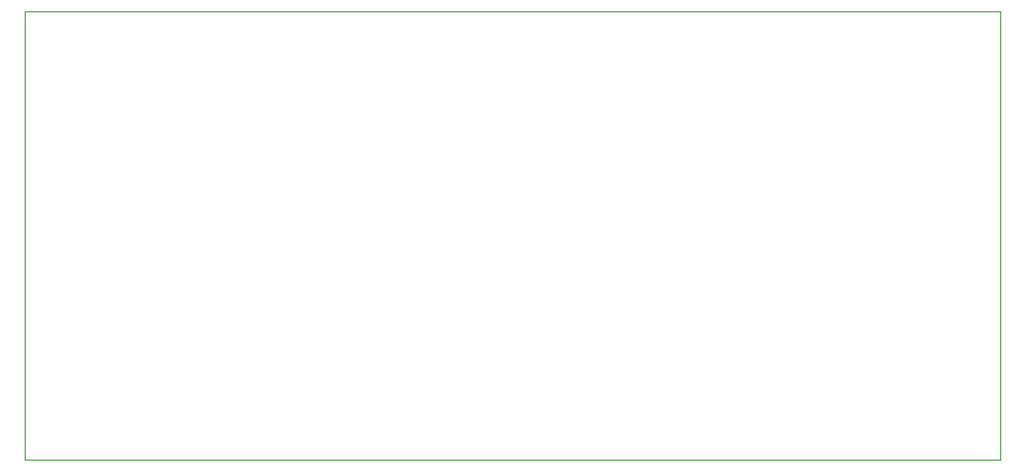
<source format=gbr>
G04 #@! TF.GenerationSoftware,KiCad,Pcbnew,(5.1.4)-1*
G04 #@! TF.CreationDate,2020-02-02T11:41:40+00:00*
G04 #@! TF.ProjectId,GFuzz,4746757a-7a2e-46b6-9963-61645f706362,rev?*
G04 #@! TF.SameCoordinates,Original*
G04 #@! TF.FileFunction,Profile,NP*
%FSLAX46Y46*%
G04 Gerber Fmt 4.6, Leading zero omitted, Abs format (unit mm)*
G04 Created by KiCad (PCBNEW (5.1.4)-1) date 2020-02-02 11:41:40*
%MOMM*%
%LPD*%
G04 APERTURE LIST*
%ADD10C,0.050000*%
G04 APERTURE END LIST*
D10*
X93980000Y-123825000D02*
X93980000Y-83820000D01*
X180975000Y-123825000D02*
X93980000Y-123825000D01*
X180975000Y-83820000D02*
X180975000Y-123825000D01*
X93980000Y-83820000D02*
X180975000Y-83820000D01*
M02*

</source>
